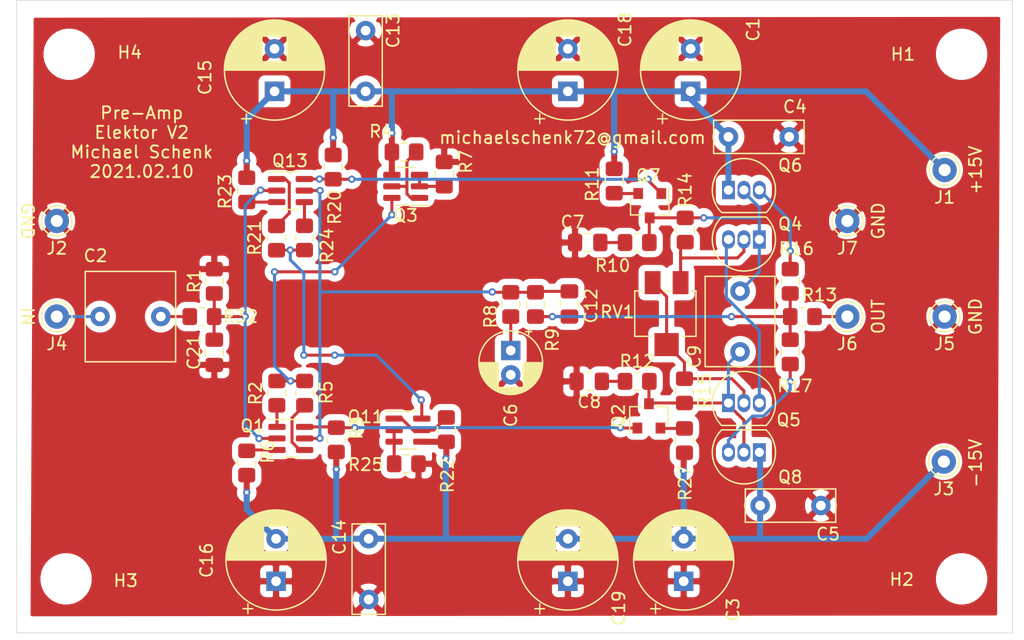
<source format=kicad_pcb>
(kicad_pcb (version 20171130) (host pcbnew 5.1.9-73d0e3b20d~88~ubuntu16.04.1)
  (layers (0 F.Cu signal) (31 B.Cu signal) (34 B.Paste user) (35 F.Paste user) (36 B.SilkS user) (37 F.SilkS user) (38 B.Mask user) (39 F.Mask user) (44 Edge.Cuts user))
  (net 0 "")
  (net 1 GND)
  (net 2 +15V)
  (net 3 "Net-(C2-Pad2)")
  (net 4 "Net-(C2-Pad1)")
  (net 5 -15V)
  (net 6 "Net-(C6-Pad1)")
  (net 7 "Net-(C7-Pad2)")
  (net 8 "Net-(J6-Pad1)")
  (net 9 "Net-(Q2-Pad2)")
  (net 10 "Net-(Q7-Pad2)")
  (net 11 "Net-(C12-Pad2)")
  (net 12 "Net-(C12-Pad1)")
  (net 13 "Net-(Q11-Pad1)")
  (net 14 "Net-(Q11-Pad6)")
  (net 15 "Net-(Q11-Pad2)")
  (net 16 "Net-(Q13-Pad4)")
  (net 17 "Net-(Q13-Pad3)")
  (net 18 "Net-(Q13-Pad1)")
  (net 19 "Net-(Q3-Pad6)")
  (net 20 "Net-(Q3-Pad1)")
  (net 21 "Net-(Q3-Pad2)")
  (net 22 "Net-(Q1-Pad4)")
  (net 23 "Net-(Q1-Pad3)")
  (net 24 "Net-(Q1-Pad1)")
  (net 25 "Net-(C8-Pad1)")
  (net 26 "Net-(C9-Pad2)")
  (net 27 "Net-(C9-Pad1)")
  (net 28 "Net-(Q1-Pad6)")
  (net 29 "Net-(Q4-Pad3)")
  (net 30 "Net-(Q4-Pad2)")
  (net 31 "Net-(Q5-Pad2)")
  (net 32 "Net-(Q6-Pad3)")
  (net 33 "Net-(Q13-Pad6)")
  (net 34 "Net-(Q8-Pad3)")
  (net 35 "Net-(C21-Pad2)")
  (module Potentiometer_SMD:Potentiometer_Bourns_3214X_Vertical (layer F.Cu) (at 175.38 121.676)
    (fp_text reference RV1 (at -4.057 -0.137) (layer F.SilkS))
    (fp_text value 10k)
    (pad 3 smd rect (at -1.15 -2.55) (size 1.3 1.9) (layers F.Cu F.Paste F.Mask) (net 31 "Net-(Q5-Pad2)"))
    (pad 2 smd rect (at 0 2.55) (size 2 1.9) (layers F.Cu F.Paste F.Mask) (net 31 "Net-(Q5-Pad2)"))
    (pad 1 smd rect (at 1.15 -2.55) (size 1.3 1.9) (layers F.Cu F.Paste F.Mask) (net 30 "Net-(Q4-Pad2)"))
  )
  (module Resistor_SMD:R_0805_2012Metric_Pad1.20x1.40mm_HandSolder (layer F.Cu) (at 138.176 119.015 90)
    (fp_text reference R1 (at 0 -1.65 90) (layer F.SilkS))
    (fp_text value 10k)
    (pad 2 smd roundrect (at 1 0 90) (size 1.2 1.4) (layers F.Cu F.Paste F.Mask) (roundrect_rratio 0.2083325) (net 1 GND))
    (pad 1 smd roundrect (at -1 0 90) (size 1.2 1.4) (layers F.Cu F.Paste F.Mask) (roundrect_rratio 0.2083325) (net 35 "Net-(C21-Pad2)"))
  )
  (module Resistor_SMD:R_0805_2012Metric_Pad1.20x1.40mm_HandSolder (layer F.Cu) (at 137.16 121.92 180)
    (fp_text reference R32 (at -3.175 0) (layer F.SilkS))
    (fp_text value 470R)
    (pad 2 smd roundrect (at 1 0 180) (size 1.2 1.4) (layers F.Cu F.Paste F.Mask) (roundrect_rratio 0.208333) (net 4 "Net-(C2-Pad1)"))
    (pad 1 smd roundrect (at -1 0 180) (size 1.2 1.4) (layers F.Cu F.Paste F.Mask) (roundrect_rratio 0.208333) (net 35 "Net-(C21-Pad2)"))
  )
  (module Capacitor_SMD:C_0805_2012Metric_Pad1.18x1.45mm_HandSolder (layer F.Cu) (at 138.176 124.8625 90)
    (fp_text reference C21 (at 0 -1.68 90) (layer F.SilkS))
    (fp_text value 33p)
    (pad 2 smd roundrect (at 1.0375 0 90) (size 1.175 1.45) (layers F.Cu F.Paste F.Mask) (roundrect_rratio 0.212766) (net 35 "Net-(C21-Pad2)"))
    (pad 1 smd roundrect (at -1.0375 0 90) (size 1.175 1.45) (layers F.Cu F.Paste F.Mask) (roundrect_rratio 0.212766) (net 1 GND))
  )
  (module Resistor_SMD:R_0805_2012Metric_Pad1.20x1.40mm_HandSolder (layer F.Cu) (at 148.209 132.064 270)
    (fp_text reference R3 (at -1 -1.651 90) (layer F.SilkS))
    (fp_text value 806R)
    (pad 2 smd roundrect (at 1 0 270) (size 1.2 1.4) (layers F.Cu F.Paste F.Mask) (roundrect_rratio 0.2083325) (net 5 -15V))
    (pad 1 smd roundrect (at -1 0 270) (size 1.2 1.4) (layers F.Cu F.Paste F.Mask) (roundrect_rratio 0.2083325) (net 28 "Net-(Q1-Pad6)"))
  )
  (module Resistor_SMD:R_0805_2012Metric_Pad1.20x1.40mm_HandSolder (layer F.Cu) (at 162.56 120.92 270)
    (fp_text reference R8 (at 1 1.651 90) (layer F.SilkS))
    (fp_text value 10k)
    (pad 2 smd roundrect (at 1 0 270) (size 1.2 1.4) (layers F.Cu F.Paste F.Mask) (roundrect_rratio 0.2083325) (net 6 "Net-(C6-Pad1)"))
    (pad 1 smd roundrect (at -1 0 270) (size 1.2 1.4) (layers F.Cu F.Paste F.Mask) (roundrect_rratio 0.2083325) (net 11 "Net-(C12-Pad2)"))
  )
  (module Capacitor_SMD:C_0805_2012Metric_Pad1.18x1.45mm_HandSolder (layer F.Cu) (at 169.0155 127.254 180)
    (fp_text reference C8 (at 0 -1.68) (layer F.SilkS))
    (fp_text value 150p)
    (pad 2 smd roundrect (at 1.0375 0 180) (size 1.175 1.45) (layers F.Cu F.Paste F.Mask) (roundrect_rratio 0.212766) (net 1 GND))
    (pad 1 smd roundrect (at -1.0375 0 180) (size 1.175 1.45) (layers F.Cu F.Paste F.Mask) (roundrect_rratio 0.212766) (net 25 "Net-(C8-Pad1)"))
  )
  (module Capacitor_SMD:C_0805_2012Metric_Pad1.18x1.45mm_HandSolder (layer F.Cu) (at 168.8885 115.824)
    (fp_text reference C7 (at -1.2485 -1.68) (layer F.SilkS))
    (fp_text value 150p)
    (pad 2 smd roundrect (at 1.0375 0) (size 1.175 1.45) (layers F.Cu F.Paste F.Mask) (roundrect_rratio 0.212766) (net 7 "Net-(C7-Pad2)"))
    (pad 1 smd roundrect (at -1.0375 0) (size 1.175 1.45) (layers F.Cu F.Paste F.Mask) (roundrect_rratio 0.212766) (net 1 GND))
  )
  (module Capacitor_THT:C_Rect_L7.2mm_W2.5mm_P5.00mm_FKS2_FKP2_MKS2_MKP2 (layer F.Cu) (at 185.467 107.1245 180)
    (fp_text reference C4 (at -0.461 2.4765) (layer F.SilkS))
    (fp_text value 100nF)
    (pad 2 thru_hole circle (at 5 0 180) (size 1.6 1.6) (drill 0.8) (layers *.Cu *.Mask) (net 2 +15V))
    (pad 1 thru_hole circle (at 0 0 180) (size 1.6 1.6) (drill 0.8) (layers *.Cu *.Mask) (net 1 GND))
  )
  (module Capacitor_THT:C_Rect_L7.2mm_W5.5mm_P5.00mm_FKS2_FKP2_MKS2_MKP2 (layer F.Cu) (at 181.4195 124.8245 90)
    (fp_text reference C9 (at -0.3975 -3.7465 90) (layer F.SilkS))
    (fp_text value 1uF)
    (pad 2 thru_hole circle (at 5 0 90) (size 1.6 1.6) (drill 0.8) (layers *.Cu *.Mask) (net 26 "Net-(C9-Pad2)"))
    (pad 1 thru_hole circle (at 0 0 90) (size 1.6 1.6) (drill 0.8) (layers *.Cu *.Mask) (net 27 "Net-(C9-Pad1)"))
  )
  (module Resistor_SMD:R_0805_2012Metric_Pad1.20x1.40mm_HandSolder (layer F.Cu) (at 185.547 124.825 270)
    (fp_text reference R17 (at 2.81 -0.381 180) (layer F.SilkS))
    (fp_text value 10R)
    (pad 2 smd roundrect (at 1 0 270) (size 1.2 1.4) (layers F.Cu F.Paste F.Mask) (roundrect_rratio 0.208333) (net 34 "Net-(Q8-Pad3)"))
    (pad 1 smd roundrect (at -1 0 270) (size 1.2 1.4) (layers F.Cu F.Paste F.Mask) (roundrect_rratio 0.208333) (net 12 "Net-(C12-Pad1)"))
  )
  (module Resistor_SMD:R_0805_2012Metric_Pad1.20x1.40mm_HandSolder (layer F.Cu) (at 185.547 119.015 270)
    (fp_text reference R16 (at -2.683 -0.508 180) (layer F.SilkS))
    (fp_text value 10R)
    (pad 2 smd roundrect (at 1 0 270) (size 1.2 1.4) (layers F.Cu F.Paste F.Mask) (roundrect_rratio 0.208333) (net 12 "Net-(C12-Pad1)"))
    (pad 1 smd roundrect (at -1 0 270) (size 1.2 1.4) (layers F.Cu F.Paste F.Mask) (roundrect_rratio 0.208333) (net 32 "Net-(Q6-Pad3)"))
  )
  (module Resistor_SMD:R_0805_2012Metric_Pad1.20x1.40mm_HandSolder (layer F.Cu) (at 176.8475 128.032 270)
    (fp_text reference R15 (at 0 -1.65 90) (layer F.SilkS))
    (fp_text value 390R)
    (pad 2 smd roundrect (at 1 0 270) (size 1.2 1.4) (layers F.Cu F.Paste F.Mask) (roundrect_rratio 0.208333) (net 27 "Net-(C9-Pad1)"))
    (pad 1 smd roundrect (at -1 0 270) (size 1.2 1.4) (layers F.Cu F.Paste F.Mask) (roundrect_rratio 0.208333) (net 31 "Net-(Q5-Pad2)"))
  )
  (module Resistor_SMD:R_0805_2012Metric_Pad1.20x1.40mm_HandSolder (layer F.Cu) (at 176.911 114.792 270)
    (fp_text reference R14 (at -3.286 0 90) (layer F.SilkS))
    (fp_text value 390R)
    (pad 2 smd roundrect (at 1 0 270) (size 1.2 1.4) (layers F.Cu F.Paste F.Mask) (roundrect_rratio 0.208333) (net 30 "Net-(Q4-Pad2)"))
    (pad 1 smd roundrect (at -1 0 270) (size 1.2 1.4) (layers F.Cu F.Paste F.Mask) (roundrect_rratio 0.208333) (net 26 "Net-(C9-Pad2)"))
  )
  (module Resistor_SMD:R_0805_2012Metric_Pad1.20x1.40mm_HandSolder (layer F.Cu) (at 172.958 127.254)
    (fp_text reference R12 (at 0 -1.65) (layer F.SilkS))
    (fp_text value 10k)
    (pad 2 smd roundrect (at 1 0) (size 1.2 1.4) (layers F.Cu F.Paste F.Mask) (roundrect_rratio 0.208333) (net 27 "Net-(C9-Pad1)"))
    (pad 1 smd roundrect (at -1 0) (size 1.2 1.4) (layers F.Cu F.Paste F.Mask) (roundrect_rratio 0.208333) (net 25 "Net-(C8-Pad1)"))
  )
  (module Resistor_SMD:R_0805_2012Metric_Pad1.20x1.40mm_HandSolder (layer F.Cu) (at 172.958 115.824 180)
    (fp_text reference R10 (at 2.016 -1.905) (layer F.SilkS))
    (fp_text value 10k)
    (pad 2 smd roundrect (at 1 0 180) (size 1.2 1.4) (layers F.Cu F.Paste F.Mask) (roundrect_rratio 0.208333) (net 7 "Net-(C7-Pad2)"))
    (pad 1 smd roundrect (at -1 0 180) (size 1.2 1.4) (layers F.Cu F.Paste F.Mask) (roundrect_rratio 0.208333) (net 26 "Net-(C9-Pad2)"))
  )
  (module Package_TO_SOT_THT:TO-92_Inline (layer F.Cu) (at 183.007 133.096 180)
    (fp_text reference Q8 (at -2.54 -2.032) (layer F.SilkS))
    (fp_text value BC327-40)
    (pad 1 thru_hole rect (at 0 0 180) (size 1.05 1.5) (drill 0.75) (layers *.Cu *.Mask) (net 5 -15V))
    (pad 3 thru_hole oval (at 2.54 0 180) (size 1.05 1.5) (drill 0.75) (layers *.Cu *.Mask) (net 34 "Net-(Q8-Pad3)"))
    (pad 2 thru_hole oval (at 1.27 0 180) (size 1.05 1.5) (drill 0.75) (layers *.Cu *.Mask) (net 27 "Net-(C9-Pad1)"))
  )
  (module Package_TO_SOT_THT:TO-92_Inline (layer F.Cu) (at 180.467 111.506)
    (fp_text reference Q6 (at 5.08 -2.032) (layer F.SilkS))
    (fp_text value BC337-40)
    (pad 1 thru_hole rect (at 0 0) (size 1.05 1.5) (drill 0.75) (layers *.Cu *.Mask) (net 2 +15V))
    (pad 3 thru_hole oval (at 2.54 0) (size 1.05 1.5) (drill 0.75) (layers *.Cu *.Mask) (net 32 "Net-(Q6-Pad3)"))
    (pad 2 thru_hole oval (at 1.27 0) (size 1.05 1.5) (drill 0.75) (layers *.Cu *.Mask) (net 26 "Net-(C9-Pad2)"))
  )
  (module Package_TO_SOT_THT:TO-92_Inline (layer F.Cu) (at 180.467 129.032)
    (fp_text reference Q5 (at 4.953 1.397) (layer F.SilkS))
    (fp_text value BC560C)
    (pad 1 thru_hole rect (at 0 0) (size 1.05 1.5) (drill 0.75) (layers *.Cu *.Mask) (net 27 "Net-(C9-Pad1)"))
    (pad 3 thru_hole oval (at 2.54 0) (size 1.05 1.5) (drill 0.75) (layers *.Cu *.Mask) (net 29 "Net-(Q4-Pad3)"))
    (pad 2 thru_hole oval (at 1.27 0) (size 1.05 1.5) (drill 0.75) (layers *.Cu *.Mask) (net 31 "Net-(Q5-Pad2)"))
  )
  (module Package_TO_SOT_THT:TO-92_Inline (layer F.Cu) (at 183.007 115.57 180)
    (fp_text reference Q4 (at -2.54 1.27) (layer F.SilkS))
    (fp_text value BC550C)
    (pad 1 thru_hole rect (at 0 0 180) (size 1.05 1.5) (drill 0.75) (layers *.Cu *.Mask) (net 26 "Net-(C9-Pad2)"))
    (pad 3 thru_hole oval (at 2.54 0 180) (size 1.05 1.5) (drill 0.75) (layers *.Cu *.Mask) (net 29 "Net-(Q4-Pad3)"))
    (pad 2 thru_hole oval (at 1.27 0 180) (size 1.05 1.5) (drill 0.75) (layers *.Cu *.Mask) (net 30 "Net-(Q4-Pad2)"))
  )
  (module Package_TO_SOT_SMD:SOT-23 (layer F.Cu) (at 173.9265 130.0955 90)
    (fp_text reference Q2 (at 0 -2.5 90) (layer F.SilkS))
    (fp_text value BC850C)
    (pad 3 smd rect (at 1 0 90) (size 0.9 0.8) (layers F.Cu F.Paste F.Mask) (net 27 "Net-(C9-Pad1)"))
    (pad 2 smd rect (at -1 0.95 90) (size 0.9 0.8) (layers F.Cu F.Paste F.Mask) (net 9 "Net-(Q2-Pad2)"))
    (pad 1 smd rect (at -1 -0.95 90) (size 0.9 0.8) (layers F.Cu F.Paste F.Mask) (net 28 "Net-(Q1-Pad6)"))
  )
  (module Package_SO:SC-74-6_1.5x2.9mm_P0.95mm (layer F.Cu) (at 144.468 131.9505)
    (fp_text reference Q1 (at -3.1424 -1.0262) (layer F.SilkS))
    (fp_text value BCM857DS,115)
    (pad 6 smd roundrect (at 1.1375 -0.95) (size 1.425 0.5) (layers F.Cu F.Paste F.Mask) (net 28 "Net-(Q1-Pad6)"))
    (pad 5 smd roundrect (at 1.1375 0) (size 1.425 0.5) (layers F.Cu F.Paste F.Mask) (net 11 "Net-(C12-Pad2)"))
    (pad 4 smd roundrect (at 1.1375 0.95) (size 1.425 0.5) (layers F.Cu F.Paste F.Mask) (net 22 "Net-(Q1-Pad4)"))
    (pad 3 smd roundrect (at -1.1375 0.95) (size 1.425 0.5) (layers F.Cu F.Paste F.Mask) (net 23 "Net-(Q1-Pad3)"))
    (pad 2 smd roundrect (at -1.1375 0) (size 1.425 0.5) (layers F.Cu F.Paste F.Mask) (net 35 "Net-(C21-Pad2)"))
    (pad 1 smd roundrect (at -1.1375 -0.95) (size 1.425 0.5) (layers F.Cu F.Paste F.Mask) (net 24 "Net-(Q1-Pad1)"))
  )
  (module Package_SO:SC-74-6_1.5x2.9mm_P0.95mm (layer F.Cu) (at 153.9185 111.1987 180)
    (fp_text reference Q3 (at 0 -2.4) (layer F.SilkS))
    (fp_text value BCM857DS,115)
    (pad 6 smd roundrect (at 1.1375 -0.95 180) (size 1.425 0.5) (layers F.Cu F.Paste F.Mask) (net 19 "Net-(Q3-Pad6)"))
    (pad 5 smd roundrect (at 1.1375 0 180) (size 1.425 0.5) (layers F.Cu F.Paste F.Mask) (net 20 "Net-(Q3-Pad1)"))
    (pad 4 smd roundrect (at 1.1375 0.95 180) (size 1.425 0.5) (layers F.Cu F.Paste F.Mask) (net 2 +15V))
    (pad 3 smd roundrect (at -1.1375 0.95 180) (size 1.425 0.5) (layers F.Cu F.Paste F.Mask) (net 21 "Net-(Q3-Pad2)"))
    (pad 2 smd roundrect (at -1.1375 0 180) (size 1.425 0.5) (layers F.Cu F.Paste F.Mask) (net 21 "Net-(Q3-Pad2)"))
    (pad 1 smd roundrect (at -1.1375 -0.95 180) (size 1.425 0.5) (layers F.Cu F.Paste F.Mask) (net 20 "Net-(Q3-Pad1)"))
  )
  (module Package_SO:SC-74-6_1.5x2.9mm_P0.95mm (layer F.Cu) (at 144.4443 111.5466)
    (fp_text reference Q13 (at -0.0453 -2.4536) (layer F.SilkS))
    (fp_text value BCM847DS,115)
    (pad 6 smd roundrect (at 1.1375 -0.95) (size 1.425 0.5) (layers F.Cu F.Paste F.Mask) (net 33 "Net-(Q13-Pad6)"))
    (pad 5 smd roundrect (at 1.1375 0) (size 1.425 0.5) (layers F.Cu F.Paste F.Mask) (net 11 "Net-(C12-Pad2)"))
    (pad 4 smd roundrect (at 1.1375 0.95) (size 1.425 0.5) (layers F.Cu F.Paste F.Mask) (net 16 "Net-(Q13-Pad4)"))
    (pad 3 smd roundrect (at -1.1375 0.95) (size 1.425 0.5) (layers F.Cu F.Paste F.Mask) (net 17 "Net-(Q13-Pad3)"))
    (pad 2 smd roundrect (at -1.1375 0) (size 1.425 0.5) (layers F.Cu F.Paste F.Mask) (net 35 "Net-(C21-Pad2)"))
    (pad 1 smd roundrect (at -1.1375 -0.95) (size 1.425 0.5) (layers F.Cu F.Paste F.Mask) (net 18 "Net-(Q13-Pad1)"))
  )
  (module Package_SO:SC-74-6_1.5x2.9mm_P0.95mm (layer F.Cu) (at 154.1043 131.2647)
    (fp_text reference Q11 (at -3.4823 -1.0897) (layer F.SilkS))
    (fp_text value BCM847DS,115)
    (pad 6 smd roundrect (at 1.1375 -0.95) (size 1.425 0.5) (layers F.Cu F.Paste F.Mask) (net 14 "Net-(Q11-Pad6)"))
    (pad 5 smd roundrect (at 1.1375 0) (size 1.425 0.5) (layers F.Cu F.Paste F.Mask) (net 13 "Net-(Q11-Pad1)"))
    (pad 4 smd roundrect (at 1.1375 0.95) (size 1.425 0.5) (layers F.Cu F.Paste F.Mask) (net 5 -15V))
    (pad 3 smd roundrect (at -1.1375 0.95) (size 1.425 0.5) (layers F.Cu F.Paste F.Mask) (net 15 "Net-(Q11-Pad2)"))
    (pad 2 smd roundrect (at -1.1375 0) (size 1.425 0.5) (layers F.Cu F.Paste F.Mask) (net 15 "Net-(Q11-Pad2)"))
    (pad 1 smd roundrect (at -1.1375 -0.95) (size 1.425 0.5) (layers F.Cu F.Paste F.Mask) (net 13 "Net-(Q11-Pad1)"))
  )
  (module Capacitor_THT:CP_Radial_D8.0mm_P3.50mm (layer F.Cu) (at 177.3555 103.378 90)
    (fp_text reference C1 (at 5.08 5.1435 90) (layer F.SilkS))
    (fp_text value 220uF)
    (pad 2 thru_hole circle (at 3.5 0 90) (size 1.6 1.6) (drill 0.8) (layers *.Cu *.Mask) (net 1 GND))
    (pad 1 thru_hole rect (at 0 0 90) (size 1.6 1.6) (drill 0.8) (layers *.Cu *.Mask) (net 2 +15V))
  )
  (module Capacitor_THT:CP_Radial_D8.0mm_P3.50mm (layer F.Cu) (at 167.259 143.708 90)
    (fp_text reference C19 (at -2.215 4.191 90) (layer F.SilkS))
    (fp_text value 220uF)
    (pad 2 thru_hole circle (at 3.5 0 90) (size 1.6 1.6) (drill 0.8) (layers *.Cu *.Mask) (net 5 -15V))
    (pad 1 thru_hole rect (at 0 0 90) (size 1.6 1.6) (drill 0.8) (layers *.Cu *.Mask) (net 1 GND))
  )
  (module Capacitor_THT:CP_Radial_D8.0mm_P3.50mm (layer F.Cu) (at 167.259 103.378 90)
    (fp_text reference C18 (at 5.08 4.699 90) (layer F.SilkS))
    (fp_text value 220uF)
    (pad 2 thru_hole circle (at 3.5 0 90) (size 1.6 1.6) (drill 0.8) (layers *.Cu *.Mask) (net 1 GND))
    (pad 1 thru_hole rect (at 0 0 90) (size 1.6 1.6) (drill 0.8) (layers *.Cu *.Mask) (net 2 +15V))
  )
  (module Capacitor_THT:CP_Radial_D5.0mm_P2.00mm (layer F.Cu) (at 162.56 124.714 270)
    (fp_text reference C6 (at 5.334 0 90) (layer F.SilkS))
    (fp_text value 100uF)
    (pad 2 thru_hole circle (at 2 0 270) (size 1.6 1.6) (drill 0.8) (layers *.Cu *.Mask) (net 1 GND))
    (pad 1 thru_hole rect (at 0 0 270) (size 1.6 1.6) (drill 0.8) (layers *.Cu *.Mask) (net 6 "Net-(C6-Pad1)"))
  )
  (module Resistor_SMD:R_0805_2012Metric_Pad1.20x1.40mm_HandSolder (layer F.Cu) (at 186.547 121.92 180)
    (fp_text reference R13 (at -1.413 1.778) (layer F.SilkS))
    (fp_text value 47R)
    (pad 2 smd roundrect (at 1 0 180) (size 1.2 1.4) (layers F.Cu F.Paste F.Mask) (roundrect_rratio 0.2083325) (net 12 "Net-(C12-Pad1)"))
    (pad 1 smd roundrect (at -1 0 180) (size 1.2 1.4) (layers F.Cu F.Paste F.Mask) (roundrect_rratio 0.2083325) (net 8 "Net-(J6-Pad1)"))
  )
  (module Resistor_SMD:R_0805_2012Metric_Pad1.20x1.40mm_HandSolder (layer F.Cu) (at 176.8475 132.1275 270)
    (fp_text reference R27 (at 3.5085 -0.0635 90) (layer F.SilkS))
    (fp_text value 249R)
    (pad 2 smd roundrect (at 1 0 270) (size 1.2 1.4) (layers F.Cu F.Paste F.Mask) (roundrect_rratio 0.2083325) (net 5 -15V))
    (pad 1 smd roundrect (at -1 0 270) (size 1.2 1.4) (layers F.Cu F.Paste F.Mask) (roundrect_rratio 0.2083325) (net 9 "Net-(Q2-Pad2)"))
  )
  (module Resistor_SMD:R_0805_2012Metric_Pad1.20x1.40mm_HandSolder (layer F.Cu) (at 153.9715 134.0358 180)
    (fp_text reference R25 (at 3.3495 -0.0762) (layer F.SilkS))
    (fp_text value 10k)
    (pad 2 smd roundrect (at 1 0 180) (size 1.2 1.4) (layers F.Cu F.Paste F.Mask) (roundrect_rratio 0.2083325) (net 15 "Net-(Q11-Pad2)"))
    (pad 1 smd roundrect (at -1 0 180) (size 1.2 1.4) (layers F.Cu F.Paste F.Mask) (roundrect_rratio 0.2083325) (net 1 GND))
  )
  (module Resistor_SMD:R_0805_2012Metric_Pad1.20x1.40mm_HandSolder (layer F.Cu) (at 145.5928 115.4463 270)
    (fp_text reference R24 (at 0.6317 -1.8542 90) (layer F.SilkS))
    (fp_text value 80.6R)
    (pad 2 smd roundrect (at 1 0 270) (size 1.2 1.4) (layers F.Cu F.Paste F.Mask) (roundrect_rratio 0.2083325) (net 14 "Net-(Q11-Pad6)"))
    (pad 1 smd roundrect (at -1 0 270) (size 1.2 1.4) (layers F.Cu F.Paste F.Mask) (roundrect_rratio 0.2083325) (net 16 "Net-(Q13-Pad4)"))
  )
  (module Resistor_SMD:R_0805_2012Metric_Pad1.20x1.40mm_HandSolder (layer F.Cu) (at 140.843 111.49 270)
    (fp_text reference R23 (at 0.143 1.778 90) (layer F.SilkS))
    (fp_text value 806R)
    (pad 2 smd roundrect (at 1 0 270) (size 1.2 1.4) (layers F.Cu F.Paste F.Mask) (roundrect_rratio 0.2083325) (net 17 "Net-(Q13-Pad3)"))
    (pad 1 smd roundrect (at -1 0 270) (size 1.2 1.4) (layers F.Cu F.Paste F.Mask) (roundrect_rratio 0.2083325) (net 2 +15V))
  )
  (module Resistor_SMD:R_0805_2012Metric_Pad1.20x1.40mm_HandSolder (layer F.Cu) (at 157.2641 131.2258 270)
    (fp_text reference R22 (at 3.7752 -0.0889 90) (layer F.SilkS))
    (fp_text value 140R)
    (pad 2 smd roundrect (at 1 0 270) (size 1.2 1.4) (layers F.Cu F.Paste F.Mask) (roundrect_rratio 0.2083325) (net 5 -15V))
    (pad 1 smd roundrect (at -1 0 270) (size 1.2 1.4) (layers F.Cu F.Paste F.Mask) (roundrect_rratio 0.2083325) (net 13 "Net-(Q11-Pad1)"))
  )
  (module Resistor_SMD:R_0805_2012Metric_Pad1.20x1.40mm_HandSolder (layer F.Cu) (at 143.2941 115.459 270)
    (fp_text reference R21 (at -0.0094 1.8034 90) (layer F.SilkS))
    (fp_text value 80.6R)
    (pad 2 smd roundrect (at 1 0 270) (size 1.2 1.4) (layers F.Cu F.Paste F.Mask) (roundrect_rratio 0.2083325) (net 14 "Net-(Q11-Pad6)"))
    (pad 1 smd roundrect (at -1 0 270) (size 1.2 1.4) (layers F.Cu F.Paste F.Mask) (roundrect_rratio 0.2083325) (net 18 "Net-(Q13-Pad1)"))
  )
  (module Resistor_SMD:R_0805_2012Metric_Pad1.20x1.40mm_HandSolder (layer F.Cu) (at 147.955 109.617 270)
    (fp_text reference R20 (at 3.286 -0.127 90) (layer F.SilkS))
    (fp_text value 806R)
    (pad 2 smd roundrect (at 1 0 270) (size 1.2 1.4) (layers F.Cu F.Paste F.Mask) (roundrect_rratio 0.2083325) (net 33 "Net-(Q13-Pad6)"))
    (pad 1 smd roundrect (at -1 0 270) (size 1.2 1.4) (layers F.Cu F.Paste F.Mask) (roundrect_rratio 0.2083325) (net 2 +15V))
  )
  (module Capacitor_THT:CP_Radial_D8.0mm_P3.50mm (layer F.Cu) (at 143.256 143.708 90)
    (fp_text reference C16 (at 1.722 -5.715 90) (layer F.SilkS))
    (fp_text value 220uF)
    (pad 2 thru_hole circle (at 3.5 0 90) (size 1.6 1.6) (drill 0.8) (layers *.Cu *.Mask) (net 5 -15V))
    (pad 1 thru_hole rect (at 0 0 90) (size 1.6 1.6) (drill 0.8) (layers *.Cu *.Mask) (net 1 GND))
  )
  (module Capacitor_THT:CP_Radial_D8.0mm_P3.50mm (layer F.Cu) (at 143.129 103.378 90)
    (fp_text reference C15 (at 1.143 -5.715 90) (layer F.SilkS))
    (fp_text value 220uF)
    (pad 2 thru_hole circle (at 3.5 0 90) (size 1.6 1.6) (drill 0.8) (layers *.Cu *.Mask) (net 1 GND))
    (pad 1 thru_hole rect (at 0 0 90) (size 1.6 1.6) (drill 0.8) (layers *.Cu *.Mask) (net 2 +15V))
  )
  (module Capacitor_THT:CP_Radial_D8.0mm_P3.50mm (layer F.Cu) (at 176.784 143.708 90)
    (fp_text reference C3 (at -2.342 4.064 90) (layer F.SilkS))
    (fp_text value 220uF)
    (pad 2 thru_hole circle (at 3.5 0 90) (size 1.6 1.6) (drill 0.8) (layers *.Cu *.Mask) (net 5 -15V))
    (pad 1 thru_hole rect (at 0 0 90) (size 1.6 1.6) (drill 0.8) (layers *.Cu *.Mask) (net 1 GND))
  )
  (module Capacitor_THT:C_Rect_L7.2mm_W2.5mm_P5.00mm_FKS2_FKP2_MKS2_MKP2 (layer F.Cu) (at 150.876 140.208 270)
    (fp_text reference C14 (at -0.127 2.413 90) (layer F.SilkS))
    (fp_text value 100nF)
    (pad 2 thru_hole circle (at 5 0 270) (size 1.6 1.6) (drill 0.8) (layers *.Cu *.Mask) (net 1 GND))
    (pad 1 thru_hole circle (at 0 0 270) (size 1.6 1.6) (drill 0.8) (layers *.Cu *.Mask) (net 5 -15V))
  )
  (module Capacitor_THT:C_Rect_L7.2mm_W2.5mm_P5.00mm_FKS2_FKP2_MKS2_MKP2 (layer F.Cu) (at 150.622 98.378 270)
    (fp_text reference C13 (at -0.0038 -2.2606 90) (layer F.SilkS))
    (fp_text value 100nF)
    (pad 2 thru_hole circle (at 5 0 270) (size 1.6 1.6) (drill 0.8) (layers *.Cu *.Mask) (net 2 +15V))
    (pad 1 thru_hole circle (at 0 0 270) (size 1.6 1.6) (drill 0.8) (layers *.Cu *.Mask) (net 1 GND))
  )
  (module Capacitor_THT:C_Rect_L7.2mm_W2.5mm_P5.00mm_FKS2_FKP2_MKS2_MKP2 (layer F.Cu) (at 183.0705 137.4775)
    (fp_text reference C5 (at 5.588 2.3495) (layer F.SilkS))
    (fp_text value 100nF)
    (pad 2 thru_hole circle (at 5 0) (size 1.6 1.6) (drill 0.8) (layers *.Cu *.Mask) (net 1 GND))
    (pad 1 thru_hole circle (at 0 0) (size 1.6 1.6) (drill 0.8) (layers *.Cu *.Mask) (net 5 -15V))
  )
  (module Connector_Pin:Pin_D1.0mm_L10.0mm (layer F.Cu) (at 190.246 114.046)
    (fp_text reference J7 (at 0 2.25) (layer F.SilkS))
    (fp_text value Conn_01x01)
    (pad 1 thru_hole circle (at 0 0) (size 2 2) (drill 1) (layers *.Cu *.Mask) (net 1 GND))
  )
  (module Connector_Pin:Pin_D1.0mm_L10.0mm (layer F.Cu) (at 190.246 121.92)
    (fp_text reference J6 (at 0 2.25) (layer F.SilkS))
    (fp_text value Conn_01x01)
    (pad 1 thru_hole circle (at 0 0) (size 2 2) (drill 1) (layers *.Cu *.Mask) (net 8 "Net-(J6-Pad1)"))
  )
  (module Connector_Pin:Pin_D1.0mm_L10.0mm (layer F.Cu) (at 198.247 121.92)
    (fp_text reference J5 (at 0 2.25) (layer F.SilkS))
    (fp_text value Conn_01x01)
    (pad 1 thru_hole circle (at 0 0) (size 2 2) (drill 1) (layers *.Cu *.Mask) (net 1 GND))
  )
  (module Connector_Pin:Pin_D1.0mm_L10.0mm (layer F.Cu) (at 125.222 121.92)
    (fp_text reference J4 (at 0 2.25) (layer F.SilkS))
    (fp_text value Conn_01x01)
    (pad 1 thru_hole circle (at 0 0) (size 2 2) (drill 1) (layers *.Cu *.Mask) (net 3 "Net-(C2-Pad2)"))
  )
  (module Connector_Pin:Pin_D1.0mm_L10.0mm (layer F.Cu) (at 198.1835 133.858)
    (fp_text reference J3 (at 0 2.25) (layer F.SilkS))
    (fp_text value Conn_01x01)
    (pad 1 thru_hole circle (at 0 0) (size 2 2) (drill 1) (layers *.Cu *.Mask) (net 5 -15V))
  )
  (module Connector_Pin:Pin_D1.0mm_L10.0mm (layer F.Cu) (at 125.222 114.046)
    (fp_text reference J2 (at 0 2.25) (layer F.SilkS))
    (fp_text value Conn_01x01)
    (pad 1 thru_hole circle (at 0 0) (size 2 2) (drill 1) (layers *.Cu *.Mask) (net 1 GND))
  )
  (module Connector_Pin:Pin_D1.0mm_L10.0mm (layer F.Cu) (at 198.247 109.855)
    (fp_text reference J1 (at 0 2.25) (layer F.SilkS))
    (fp_text value Conn_01x01)
    (pad 1 thru_hole circle (at 0 0) (size 2 2) (drill 1) (layers *.Cu *.Mask) (net 2 +15V))
  )
  (module Resistor_SMD:R_0805_2012Metric_Pad1.20x1.40mm_HandSolder (layer F.Cu) (at 153.781 108.3691)
    (fp_text reference R4 (at -1.889 -1.6891) (layer F.SilkS))
    (fp_text value 140R)
    (pad 2 smd roundrect (at 1 0) (size 1.2 1.4) (layers F.Cu F.Paste F.Mask) (roundrect_rratio 0.2083325) (net 20 "Net-(Q3-Pad1)"))
    (pad 1 smd roundrect (at -1 0) (size 1.2 1.4) (layers F.Cu F.Paste F.Mask) (roundrect_rratio 0.2083325) (net 2 +15V))
  )
  (module Capacitor_SMD:C_0805_2012Metric_Pad1.18x1.45mm_HandSolder (layer F.Cu) (at 167.386 120.8825 90)
    (fp_text reference C12 (at -0.1485 1.778 90) (layer F.SilkS))
    (fp_text value 6.8pF)
    (pad 2 smd roundrect (at 1.0375 0 90) (size 1.175 1.45) (layers F.Cu F.Paste F.Mask) (roundrect_rratio 0.2127659574468085) (net 11 "Net-(C12-Pad2)"))
    (pad 1 smd roundrect (at -1.0375 0 90) (size 1.175 1.45) (layers F.Cu F.Paste F.Mask) (roundrect_rratio 0.2127659574468085) (net 12 "Net-(C12-Pad1)"))
  )
  (module Resistor_SMD:R_0805_2012Metric_Pad1.20x1.40mm_HandSolder (layer F.Cu) (at 171.069 110.76 270)
    (fp_text reference R11 (at 0.2634 1.8034 90) (layer F.SilkS))
    (fp_text value 249R)
    (pad 2 smd roundrect (at 1 0 270) (size 1.2 1.4) (layers F.Cu F.Paste F.Mask) (roundrect_rratio 0.2083325) (net 10 "Net-(Q7-Pad2)"))
    (pad 1 smd roundrect (at -1 0 270) (size 1.2 1.4) (layers F.Cu F.Paste F.Mask) (roundrect_rratio 0.2083325) (net 2 +15V))
  )
  (module Resistor_SMD:R_0805_2012Metric_Pad1.20x1.40mm_HandSolder (layer F.Cu) (at 164.592 120.92 90)
    (fp_text reference R9 (at -2.9243 1.397 90) (layer F.SilkS))
    (fp_text value 10k)
    (pad 2 smd roundrect (at 1 0 90) (size 1.2 1.4) (layers F.Cu F.Paste F.Mask) (roundrect_rratio 0.2083325) (net 11 "Net-(C12-Pad2)"))
    (pad 1 smd roundrect (at -1 0 90) (size 1.2 1.4) (layers F.Cu F.Paste F.Mask) (roundrect_rratio 0.2083325) (net 12 "Net-(C12-Pad1)"))
  )
  (module Resistor_SMD:R_0805_2012Metric_Pad1.20x1.40mm_HandSolder (layer F.Cu) (at 157.0863 110.1885 90)
    (fp_text reference R7 (at 1.016 1.778 90) (layer F.SilkS))
    (fp_text value 10k)
    (pad 2 smd roundrect (at 1 0 90) (size 1.2 1.4) (layers F.Cu F.Paste F.Mask) (roundrect_rratio 0.2083325) (net 1 GND))
    (pad 1 smd roundrect (at -1 0 90) (size 1.2 1.4) (layers F.Cu F.Paste F.Mask) (roundrect_rratio 0.2083325) (net 21 "Net-(Q3-Pad2)"))
  )
  (module Resistor_SMD:R_0805_2012Metric_Pad1.20x1.40mm_HandSolder (layer F.Cu) (at 140.843 133.969 270)
    (fp_text reference R6 (at -0.9238 -1.7272 90) (layer F.SilkS))
    (fp_text value 806R)
    (pad 2 smd roundrect (at 1 0 270) (size 1.2 1.4) (layers F.Cu F.Paste F.Mask) (roundrect_rratio 0.2083325) (net 5 -15V))
    (pad 1 smd roundrect (at -1 0 270) (size 1.2 1.4) (layers F.Cu F.Paste F.Mask) (roundrect_rratio 0.2083325) (net 23 "Net-(Q1-Pad3)"))
  )
  (module Resistor_SMD:R_0805_2012Metric_Pad1.20x1.40mm_HandSolder (layer F.Cu) (at 145.6055 128.2225 270)
    (fp_text reference R5 (at -0.0602 -1.778 90) (layer F.SilkS))
    (fp_text value 80.6R)
    (pad 2 smd roundrect (at 1 0 270) (size 1.2 1.4) (layers F.Cu F.Paste F.Mask) (roundrect_rratio 0.2083325) (net 22 "Net-(Q1-Pad4)"))
    (pad 1 smd roundrect (at -1 0 270) (size 1.2 1.4) (layers F.Cu F.Paste F.Mask) (roundrect_rratio 0.2083325) (net 19 "Net-(Q3-Pad6)"))
  )
  (module Resistor_SMD:R_0805_2012Metric_Pad1.20x1.40mm_HandSolder (layer F.Cu) (at 143.3195 128.2225 270)
    (fp_text reference R2 (at 0.016 1.7526 90) (layer F.SilkS))
    (fp_text value 80.6R)
    (pad 2 smd roundrect (at 1 0 270) (size 1.2 1.4) (layers F.Cu F.Paste F.Mask) (roundrect_rratio 0.2083325) (net 24 "Net-(Q1-Pad1)"))
    (pad 1 smd roundrect (at -1 0 270) (size 1.2 1.4) (layers F.Cu F.Paste F.Mask) (roundrect_rratio 0.2083325) (net 19 "Net-(Q3-Pad6)"))
  )
  (module Package_TO_SOT_SMD:SOT-23 (layer F.Cu) (at 173.99 112.792 270)
    (fp_text reference Q7 (at -2.4732 0.1168) (layer F.SilkS))
    (fp_text value BC860C)
    (pad 3 smd rect (at 1 0 270) (size 0.9 0.8) (layers F.Cu F.Paste F.Mask) (net 26 "Net-(C9-Pad2)"))
    (pad 2 smd rect (at -1 0.95 270) (size 0.9 0.8) (layers F.Cu F.Paste F.Mask) (net 10 "Net-(Q7-Pad2)"))
    (pad 1 smd rect (at -1 -0.95 270) (size 0.9 0.8) (layers F.Cu F.Paste F.Mask) (net 33 "Net-(Q13-Pad6)"))
  )
  (module MountingHole:MountingHole_3.2mm_M3 (layer F.Cu) (at 126.238 100.33)
    (fp_text reference H4 (at 4.9784 -0.1524) (layer F.SilkS))
    (fp_text value MountingHole)
    (pad 1 np_thru_hole circle (at 0 0) (size 3.2 3.2) (drill 3.2) (layers *.Cu *.Mask))
  )
  (module MountingHole:MountingHole_3.2mm_M3 (layer F.Cu) (at 125.984 143.51)
    (fp_text reference H3 (at 4.9022 0.1524) (layer F.SilkS))
    (fp_text value MountingHole)
    (pad 1 np_thru_hole circle (at 0 0) (size 3.2 3.2) (drill 3.2) (layers *.Cu *.Mask))
  )
  (module MountingHole:MountingHole_3.2mm_M3 (layer F.Cu) (at 199.644 143.51)
    (fp_text reference H2 (at -4.9276 0.0508) (layer F.SilkS))
    (fp_text value MountingHole)
    (pad 1 np_thru_hole circle (at 0 0) (size 3.2 3.2) (drill 3.2) (layers *.Cu *.Mask))
  )
  (module MountingHole:MountingHole_3.2mm_M3 (layer F.Cu) (at 199.644 100.33)
    (fp_text reference H1 (at -4.826 0) (layer F.SilkS))
    (fp_text value MountingHole)
    (pad 1 np_thru_hole circle (at 0 0) (size 3.2 3.2) (drill 3.2) (layers *.Cu *.Mask))
  )
  (module Capacitor_THT:C_Rect_L7.2mm_W7.2mm_P5.00mm_FKS2_FKP2_MKS2_MKP2 (layer F.Cu) (at 133.778 121.92 180)
    (fp_text reference C2 (at 5.3721 5.0038) (layer F.SilkS))
    (fp_text value 3.3uF)
    (pad 2 thru_hole circle (at 5 0 180) (size 1.6 1.6) (drill 0.8) (layers *.Cu *.Mask) (net 3 "Net-(C2-Pad2)"))
    (pad 1 thru_hole circle (at 0 0 180) (size 1.6 1.6) (drill 0.8) (layers *.Cu *.Mask) (net 4 "Net-(C2-Pad1)"))
  )
  (gr_text -15V (at 200.787 133.985 90) (layer F.SilkS) (effects (font (size 1 1))))
  (gr_text michaelschenk72@gmail.com (at 167.64 107.188) (layer F.SilkS) (effects (font (size 1 1))))
  (gr_text "Pre-Amp\nElektor V2\nMichael Schenk\n2021.02.10" (at 132.207 107.569) (layer F.SilkS) (effects (font (size 1 1))))
  (gr_line (start 203.835 95.885) (end 121.92 95.885) (layer Edge.Cuts) (width 0.05))
  (gr_line (start 203.835 147.955) (end 203.835 95.885) (layer Edge.Cuts) (width 0.05))
  (gr_line (start 121.92 147.955) (end 203.835 147.955) (layer Edge.Cuts) (width 0.05))
  (gr_line (start 121.92 96.52) (end 121.92 147.955) (layer Edge.Cuts) (width 0.05))
  (gr_line (start 121.92 95.885) (end 121.92 96.52) (layer Edge.Cuts) (width 0.05))
  (gr_text GND (at 192.786 114.046 90) (layer F.SilkS) (effects (font (size 1 1))))
  (gr_text OUT (at 192.786 121.92 90) (layer F.SilkS) (effects (font (size 1 1))))
  (gr_text GND (at 122.809 114.046 270) (layer F.SilkS) (effects (font (size 1 1))))
  (gr_text IN (at 122.809 121.92 270) (layer F.SilkS) (effects (font (size 1 1))))
  (gr_text GND (at 200.787 121.92 90) (layer F.SilkS) (effects (font (size 1 1))))
  (gr_text +15V (at 200.787 109.855 90) (layer F.SilkS) (effects (font (size 1 1))))
  (segment (start 152.7937 108.3564) (end 152.781 108.3691) (width 0.5) (layer F.Cu) (net 2))
  (segment (start 152.781 108.3691) (end 152.781 110.2487) (width 0.5) (layer F.Cu) (net 2))
  (segment (start 191.77 103.378) (end 198.247 109.855) (width 0.5) (layer B.Cu) (net 2))
  (segment (start 177.3555 103.378) (end 191.77 103.378) (width 0.5) (layer B.Cu) (net 2))
  (segment (start 177.3555 104.013) (end 180.467 107.1245) (width 0.5) (layer B.Cu) (net 2))
  (segment (start 177.3555 103.378) (end 177.3555 104.013) (width 0.5) (layer B.Cu) (net 2))
  (segment (start 180.467 107.1245) (end 180.467 111.506) (width 0.5) (layer B.Cu) (net 2))
  (segment (start 167.259 103.378) (end 158.75 103.378) (width 0.5) (layer B.Cu) (net 2))
  (via (at 171.069 108.331) (size 0.6) (drill 0.3) (layers F.Cu B.Cu) (net 2))
  (segment (start 171.069 109.76) (end 171.069 108.331) (width 0.5) (layer F.Cu) (net 2))
  (segment (start 171.069 103.505) (end 170.942 103.378) (width 0.5) (layer B.Cu) (net 2))
  (segment (start 171.069 108.331) (end 171.069 103.505) (width 0.5) (layer B.Cu) (net 2))
  (segment (start 170.942 103.378) (end 167.259 103.378) (width 0.5) (layer B.Cu) (net 2))
  (segment (start 177.3555 103.378) (end 170.942 103.378) (width 0.5) (layer B.Cu) (net 2))
  (segment (start 158.877 103.505) (end 158.75 103.378) (width 0.25) (layer B.Cu) (net 2))
  (segment (start 143.129 103.378) (end 143.129 103.505) (width 0.5) (layer B.Cu) (net 2))
  (via (at 152.781 106.807) (size 0.6) (drill 0.3) (layers F.Cu B.Cu) (net 2))
  (segment (start 152.781 108.3691) (end 152.781 106.807) (width 0.5) (layer F.Cu) (net 2))
  (segment (start 152.654 103.378) (end 150.114 103.378) (width 0.5) (layer B.Cu) (net 2))
  (segment (start 152.781 103.505) (end 152.654 103.378) (width 0.5) (layer B.Cu) (net 2))
  (segment (start 152.781 106.807) (end 152.781 103.505) (width 0.5) (layer B.Cu) (net 2))
  (segment (start 158.75 103.378) (end 152.654 103.378) (width 0.5) (layer B.Cu) (net 2))
  (via (at 147.955 107.188) (size 0.6) (drill 0.3) (layers F.Cu B.Cu) (net 2))
  (segment (start 147.955 108.617) (end 147.955 107.188) (width 0.5) (layer F.Cu) (net 2))
  (segment (start 147.955 107.188) (end 147.955 103.378) (width 0.5) (layer B.Cu) (net 2))
  (segment (start 147.955 103.378) (end 143.129 103.378) (width 0.5) (layer B.Cu) (net 2))
  (segment (start 150.622 103.378) (end 147.955 103.378) (width 0.5) (layer B.Cu) (net 2))
  (via (at 140.843 109.093) (size 0.6) (drill 0.3) (layers F.Cu B.Cu) (net 2))
  (segment (start 140.843 110.49) (end 140.843 109.093) (width 0.5) (layer F.Cu) (net 2))
  (segment (start 140.843 105.664) (end 143.129 103.378) (width 0.5) (layer B.Cu) (net 2))
  (segment (start 140.843 109.093) (end 140.843 105.664) (width 0.5) (layer B.Cu) (net 2))
  (segment (start 125.222 121.92) (end 128.778 121.92) (width 0.25) (layer B.Cu) (net 3))
  (segment (start 133.778 121.92) (end 136.16 121.92) (width 0.25) (layer F.Cu) (net 4))
  (segment (start 155.2529 132.2258) (end 155.2418 132.2147) (width 0.5) (layer F.Cu) (net 5))
  (segment (start 157.2641 132.2258) (end 155.2529 132.2258) (width 0.5) (layer F.Cu) (net 5))
  (segment (start 191.8335 140.208) (end 198.1835 133.858) (width 0.5) (layer B.Cu) (net 5))
  (segment (start 183.0705 133.1595) (end 183.007 133.096) (width 0.5) (layer B.Cu) (net 5))
  (segment (start 183.0705 137.4775) (end 183.0705 133.1595) (width 0.5) (layer B.Cu) (net 5))
  (segment (start 183.0705 137.4775) (end 183.0705 140.0175) (width 0.5) (layer B.Cu) (net 5))
  (segment (start 183.261 140.208) (end 191.8335 140.208) (width 0.5) (layer B.Cu) (net 5))
  (segment (start 183.0705 140.0175) (end 183.261 140.208) (width 0.5) (layer B.Cu) (net 5))
  (segment (start 176.784 140.208) (end 183.261 140.208) (width 0.5) (layer B.Cu) (net 5))
  (segment (start 176.784 140.208) (end 167.259 140.208) (width 0.5) (layer B.Cu) (net 5))
  (via (at 176.784 134.62) (size 0.6) (drill 0.3) (layers F.Cu B.Cu) (net 5))
  (segment (start 176.784 140.208) (end 176.784 134.62) (width 0.5) (layer B.Cu) (net 5))
  (segment (start 176.784 133.191) (end 176.8475 133.1275) (width 0.5) (layer F.Cu) (net 5))
  (segment (start 176.784 134.62) (end 176.784 133.191) (width 0.5) (layer F.Cu) (net 5))
  (segment (start 160.147 140.208) (end 167.259 140.208) (width 0.5) (layer B.Cu) (net 5))
  (via (at 157.226 133.604) (size 0.6) (drill 0.3) (layers F.Cu B.Cu) (net 5))
  (segment (start 157.2641 133.5659) (end 157.226 133.604) (width 0.5) (layer F.Cu) (net 5))
  (segment (start 157.2641 132.2258) (end 157.2641 133.5659) (width 0.5) (layer F.Cu) (net 5))
  (segment (start 157.226 133.604) (end 157.226 140.208) (width 0.5) (layer B.Cu) (net 5))
  (segment (start 157.226 140.208) (end 150.876 140.208) (width 0.5) (layer B.Cu) (net 5))
  (segment (start 160.147 140.208) (end 157.226 140.208) (width 0.5) (layer B.Cu) (net 5))
  (via (at 148.209 134.493) (size 0.6) (drill 0.3) (layers F.Cu B.Cu) (net 5))
  (segment (start 148.209 133.064) (end 148.209 134.493) (width 0.5) (layer F.Cu) (net 5))
  (segment (start 148.209 140.208) (end 143.256 140.208) (width 0.5) (layer B.Cu) (net 5))
  (segment (start 148.209 134.493) (end 148.209 140.208) (width 0.5) (layer B.Cu) (net 5))
  (segment (start 150.876 140.208) (end 148.209 140.208) (width 0.5) (layer B.Cu) (net 5))
  (via (at 140.843 136.398) (size 0.6) (drill 0.3) (layers F.Cu B.Cu) (net 5))
  (segment (start 140.843 134.969) (end 140.843 136.398) (width 0.5) (layer F.Cu) (net 5))
  (segment (start 140.843 137.795) (end 143.256 140.208) (width 0.5) (layer B.Cu) (net 5))
  (segment (start 140.843 136.398) (end 140.843 137.795) (width 0.5) (layer B.Cu) (net 5))
  (segment (start 162.56 124.714) (end 162.56 121.92) (width 0.25) (layer F.Cu) (net 6))
  (segment (start 171.958 115.824) (end 169.926 115.824) (width 0.25) (layer F.Cu) (net 7))
  (segment (start 190.1063 121.9581) (end 190.119 121.9454) (width 0.25) (layer F.Cu) (net 8))
  (segment (start 190.0936 121.92) (end 190.119 121.9454) (width 0.25) (layer F.Cu) (net 8))
  (segment (start 187.547 121.92) (end 190.246 121.92) (width 0.25) (layer F.Cu) (net 8))
  (segment (start 174.9085 131.1275) (end 174.8765 131.0955) (width 0.25) (layer F.Cu) (net 9))
  (segment (start 176.8475 131.1275) (end 174.9085 131.1275) (width 0.25) (layer F.Cu) (net 9))
  (segment (start 171.101 111.792) (end 171.069 111.76) (width 0.25) (layer F.Cu) (net 10))
  (segment (start 173.04 111.792) (end 171.101 111.792) (width 0.25) (layer F.Cu) (net 10))
  (segment (start 145.5818 111.5466) (end 146.243 111.5466) (width 0.25) (layer F.Cu) (net 11))
  (via (at 146.8628 131.9403) (size 0.6) (drill 0.3) (layers F.Cu B.Cu) (net 11))
  (segment (start 146.8526 131.9505) (end 146.8628 131.9403) (width 0.25) (layer F.Cu) (net 11))
  (segment (start 145.6055 131.9505) (end 146.8526 131.9505) (width 0.25) (layer F.Cu) (net 11))
  (via (at 146.8755 111.5441) (size 0.6) (drill 0.3) (layers F.Cu B.Cu) (net 11))
  (segment (start 145.5843 111.5441) (end 145.5818 111.5466) (width 0.25) (layer F.Cu) (net 11))
  (segment (start 146.8755 111.5441) (end 145.5843 111.5441) (width 0.25) (layer F.Cu) (net 11))
  (segment (start 164.667 119.845) (end 164.592 119.92) (width 0.25) (layer F.Cu) (net 11))
  (segment (start 167.386 119.845) (end 164.667 119.845) (width 0.25) (layer F.Cu) (net 11))
  (segment (start 164.592 119.92) (end 162.56 119.92) (width 0.25) (layer F.Cu) (net 11))
  (via (at 161.036 119.888) (size 0.6) (drill 0.3) (layers F.Cu B.Cu) (net 11))
  (segment (start 161.068 119.92) (end 161.036 119.888) (width 0.25) (layer F.Cu) (net 11))
  (segment (start 162.56 119.92) (end 161.068 119.92) (width 0.25) (layer F.Cu) (net 11))
  (segment (start 146.8628 111.5568) (end 146.8755 111.5441) (width 0.25) (layer B.Cu) (net 11))
  (segment (start 161.036 119.888) (end 146.9136 119.888) (width 0.25) (layer B.Cu) (net 11))
  (segment (start 146.8628 119.8372) (end 146.8628 111.5568) (width 0.25) (layer B.Cu) (net 11))
  (segment (start 146.9136 119.888) (end 146.8628 119.8372) (width 0.25) (layer B.Cu) (net 11))
  (segment (start 146.8628 131.9403) (end 146.8628 119.8372) (width 0.25) (layer B.Cu) (net 11))
  (segment (start 185.547 123.825) (end 185.547 121.92) (width 0.25) (layer F.Cu) (net 12))
  (segment (start 185.547 121.92) (end 185.547 120.015) (width 0.25) (layer F.Cu) (net 12))
  (segment (start 185.547 121.92) (end 182.88 121.92) (width 0.25) (layer F.Cu) (net 12))
  (via (at 180.721 121.92) (size 0.6) (drill 0.3) (layers F.Cu B.Cu) (net 12))
  (segment (start 182.88 121.92) (end 180.721 121.92) (width 0.25) (layer F.Cu) (net 12))
  (segment (start 180.721 121.92) (end 170.4975 121.92) (width 0.25) (layer B.Cu) (net 12))
  (segment (start 170.4975 121.92) (end 165.989 121.92) (width 0.25) (layer B.Cu) (net 12))
  (segment (start 165.989 121.92) (end 167.386 121.92) (width 0.25) (layer F.Cu) (net 12))
  (segment (start 165.989 121.92) (end 164.592 121.92) (width 0.25) (layer F.Cu) (net 12))
  (via (at 165.989 121.92) (size 0.6) (drill 0.3) (layers F.Cu B.Cu) (net 12))
  (segment (start 156.2252 131.2647) (end 157.2641 130.2258) (width 0.25) (layer F.Cu) (net 13))
  (segment (start 155.2418 131.2647) (end 156.2252 131.2647) (width 0.25) (layer F.Cu) (net 13))
  (segment (start 153.5793 130.3147) (end 152.9668 130.3147) (width 0.25) (layer F.Cu) (net 13))
  (segment (start 154.5293 131.2647) (end 153.5793 130.3147) (width 0.25) (layer F.Cu) (net 13))
  (segment (start 155.2418 131.2647) (end 154.5293 131.2647) (width 0.25) (layer F.Cu) (net 13))
  (segment (start 145.5928 116.2812) (end 145.5928 116.2939) (width 0.25) (layer F.Cu) (net 14))
  (segment (start 143.3068 116.4463) (end 143.2941 116.459) (width 0.25) (layer F.Cu) (net 14))
  (segment (start 145.5928 116.4463) (end 144.4244 116.4463) (width 0.25) (layer F.Cu) (net 14))
  (segment (start 144.4244 116.4463) (end 143.3068 116.4463) (width 0.25) (layer F.Cu) (net 14))
  (via (at 144.4244 116.4463) (size 0.6) (drill 0.3) (layers F.Cu B.Cu) (net 14))
  (segment (start 144.4371 116.459) (end 144.4244 116.4463) (width 0.25) (layer B.Cu) (net 14))
  (segment (start 144.4244 116.4463) (end 144.4244 117.2464) (width 0.25) (layer B.Cu) (net 14))
  (segment (start 144.4244 117.2464) (end 145.542 118.364) (width 0.25) (layer B.Cu) (net 14))
  (segment (start 145.542 118.364) (end 145.542 125.095) (width 0.25) (layer B.Cu) (net 14))
  (via (at 155.194 128.778) (size 0.6) (drill 0.3) (layers F.Cu B.Cu) (net 14))
  (segment (start 155.2418 128.8258) (end 155.194 128.778) (width 0.25) (layer F.Cu) (net 14))
  (segment (start 155.2418 130.3147) (end 155.2418 128.8258) (width 0.25) (layer F.Cu) (net 14))
  (via (at 148.082 125.095) (size 0.6) (drill 0.3) (layers F.Cu B.Cu) (net 14))
  (segment (start 151.511 125.095) (end 148.082 125.095) (width 0.25) (layer B.Cu) (net 14))
  (segment (start 155.194 128.778) (end 151.511 125.095) (width 0.25) (layer B.Cu) (net 14))
  (via (at 145.542 125.095) (size 0.6) (drill 0.3) (layers F.Cu B.Cu) (net 14))
  (segment (start 148.082 125.095) (end 145.542 125.095) (width 0.25) (layer F.Cu) (net 14))
  (segment (start 152.9668 131.2647) (end 152.9668 132.2147) (width 0.25) (layer F.Cu) (net 15))
  (segment (start 152.9715 132.2194) (end 152.9668 132.2147) (width 0.25) (layer F.Cu) (net 15))
  (segment (start 152.9715 134.0358) (end 152.9715 132.2194) (width 0.25) (layer F.Cu) (net 15))
  (segment (start 145.5928 112.5076) (end 145.5818 112.4966) (width 0.25) (layer F.Cu) (net 16))
  (segment (start 145.5928 114.4463) (end 145.5928 112.5076) (width 0.25) (layer F.Cu) (net 16))
  (segment (start 140.8496 112.4966) (end 140.843 112.49) (width 0.25) (layer F.Cu) (net 17))
  (segment (start 143.3068 112.4966) (end 140.8496 112.4966) (width 0.25) (layer F.Cu) (net 17))
  (segment (start 144.34431 113.40879) (end 143.2941 114.459) (width 0.25) (layer F.Cu) (net 18))
  (segment (start 144.34431 110.92161) (end 144.34431 113.40879) (width 0.25) (layer F.Cu) (net 18))
  (segment (start 144.0193 110.5966) (end 144.34431 110.92161) (width 0.25) (layer F.Cu) (net 18))
  (segment (start 143.3068 110.5966) (end 144.0193 110.5966) (width 0.25) (layer F.Cu) (net 18))
  (segment (start 145.6055 127.2225) (end 145.6055 126.9238) (width 0.25) (layer F.Cu) (net 19))
  (segment (start 145.6055 127.2225) (end 144.4432 127.2225) (width 0.25) (layer F.Cu) (net 19))
  (segment (start 144.4432 127.2225) (end 143.3195 127.2225) (width 0.25) (layer F.Cu) (net 19))
  (via (at 144.4432 127.2225) (size 0.6) (drill 0.3) (layers F.Cu B.Cu) (net 19))
  (segment (start 144.4498 127.2159) (end 144.4432 127.2225) (width 0.25) (layer B.Cu) (net 19))
  (segment (start 144.4625 127.2032) (end 144.4432 127.2225) (width 0.25) (layer B.Cu) (net 19))
  (segment (start 144.526 127.1397) (end 144.4432 127.2225) (width 0.25) (layer F.Cu) (net 19))
  (segment (start 144.4432 127.2225) (end 144.4432 127.2982) (width 0.25) (layer B.Cu) (net 19))
  (segment (start 144.4432 127.2982) (end 143.129 125.984) (width 0.25) (layer B.Cu) (net 19))
  (segment (start 143.129 125.984) (end 143.129 118.237) (width 0.25) (layer B.Cu) (net 19))
  (via (at 152.781 113.538) (size 0.6) (drill 0.3) (layers F.Cu B.Cu) (net 19))
  (segment (start 152.781 112.1487) (end 152.781 113.538) (width 0.25) (layer F.Cu) (net 19))
  (via (at 148.082 118.237) (size 0.6) (drill 0.3) (layers F.Cu B.Cu) (net 19))
  (segment (start 152.781 113.538) (end 148.082 118.237) (width 0.25) (layer B.Cu) (net 19))
  (via (at 143.129 118.237) (size 0.6) (drill 0.3) (layers F.Cu B.Cu) (net 19))
  (segment (start 148.082 118.237) (end 143.129 118.237) (width 0.25) (layer F.Cu) (net 19))
  (segment (start 154.01849 109.13161) (end 154.781 108.3691) (width 0.25) (layer F.Cu) (net 20))
  (segment (start 154.01849 110.67371) (end 154.01849 109.13161) (width 0.25) (layer F.Cu) (net 20))
  (segment (start 154.3435 112.1487) (end 154.01849 111.82369) (width 0.25) (layer F.Cu) (net 20))
  (segment (start 155.056 112.1487) (end 154.3435 112.1487) (width 0.25) (layer F.Cu) (net 20))
  (segment (start 153.8961 111.1987) (end 154.01849 111.32109) (width 0.25) (layer F.Cu) (net 20))
  (segment (start 152.781 111.1987) (end 153.8961 111.1987) (width 0.25) (layer F.Cu) (net 20))
  (segment (start 154.01849 111.32109) (end 154.01849 110.67371) (width 0.25) (layer F.Cu) (net 20))
  (segment (start 154.01849 111.82369) (end 154.01849 111.32109) (width 0.25) (layer F.Cu) (net 20))
  (segment (start 155.056 110.2487) (end 155.056 111.1987) (width 0.25) (layer F.Cu) (net 21))
  (segment (start 157.0761 111.1987) (end 157.0863 111.1885) (width 0.25) (layer F.Cu) (net 21))
  (segment (start 155.056 111.1987) (end 157.0761 111.1987) (width 0.25) (layer F.Cu) (net 21))
  (segment (start 144.56799 132.261902) (end 144.56799 130.26001) (width 0.25) (layer F.Cu) (net 22))
  (segment (start 145.206588 132.9005) (end 144.56799 132.261902) (width 0.25) (layer F.Cu) (net 22))
  (segment (start 144.56799 130.26001) (end 145.6055 129.2225) (width 0.25) (layer F.Cu) (net 22))
  (segment (start 145.6055 132.9005) (end 145.206588 132.9005) (width 0.25) (layer F.Cu) (net 22))
  (segment (start 143.3195 132.9115) (end 143.3305 132.9005) (width 0.25) (layer F.Cu) (net 23))
  (segment (start 143.383 132.953) (end 143.3305 132.9005) (width 0.25) (layer F.Cu) (net 23))
  (segment (start 143.288 132.943) (end 143.3305 132.9005) (width 0.25) (layer F.Cu) (net 23))
  (segment (start 140.9115 132.9005) (end 140.843 132.969) (width 0.25) (layer F.Cu) (net 23))
  (segment (start 143.3305 132.9005) (end 140.9115 132.9005) (width 0.25) (layer F.Cu) (net 23))
  (segment (start 143.3305 129.2335) (end 143.3195 129.2225) (width 0.25) (layer F.Cu) (net 24))
  (segment (start 143.3305 131.0005) (end 143.3305 129.2335) (width 0.25) (layer F.Cu) (net 24))
  (segment (start 171.958 127.254) (end 170.053 127.254) (width 0.25) (layer F.Cu) (net 25))
  (segment (start 183.007 118.237) (end 183.007 115.57) (width 0.25) (layer B.Cu) (net 26))
  (segment (start 181.4195 119.8245) (end 183.007 118.237) (width 0.25) (layer B.Cu) (net 26))
  (segment (start 181.737 111.663095) (end 181.737 111.506) (width 0.25) (layer B.Cu) (net 26))
  (segment (start 183.007 112.933095) (end 181.737 111.663095) (width 0.25) (layer B.Cu) (net 26))
  (segment (start 173.958 113.824) (end 173.99 113.792) (width 0.25) (layer F.Cu) (net 26))
  (segment (start 173.958 115.824) (end 173.958 113.824) (width 0.25) (layer F.Cu) (net 26))
  (segment (start 173.99 113.792) (end 176.911 113.792) (width 0.25) (layer F.Cu) (net 26))
  (via (at 178.435 113.792) (size 0.6) (drill 0.3) (layers F.Cu B.Cu) (net 26))
  (segment (start 183.007 113.792) (end 178.435 113.792) (width 0.25) (layer B.Cu) (net 26))
  (segment (start 183.007 115.57) (end 183.007 113.792) (width 0.25) (layer B.Cu) (net 26))
  (segment (start 183.007 113.792) (end 183.007 112.933095) (width 0.25) (layer B.Cu) (net 26))
  (segment (start 178.435 113.792) (end 176.911 113.792) (width 0.25) (layer F.Cu) (net 26))
  (segment (start 180.467 129.032) (end 176.8475 129.032) (width 0.25) (layer F.Cu) (net 27))
  (segment (start 173.99 129.032) (end 173.9265 129.0955) (width 0.25) (layer F.Cu) (net 27))
  (segment (start 176.8475 129.032) (end 173.99 129.032) (width 0.25) (layer F.Cu) (net 27))
  (segment (start 173.9265 127.2855) (end 173.958 127.254) (width 0.25) (layer F.Cu) (net 27))
  (segment (start 173.9265 129.0955) (end 173.9265 127.2855) (width 0.25) (layer F.Cu) (net 27))
  (segment (start 180.467 129.189095) (end 180.467 129.032) (width 0.25) (layer F.Cu) (net 27))
  (segment (start 181.737 130.459095) (end 180.467 129.189095) (width 0.25) (layer F.Cu) (net 27))
  (segment (start 181.737 133.096) (end 181.737 130.459095) (width 0.25) (layer F.Cu) (net 27))
  (segment (start 180.467 125.777) (end 180.467 129.032) (width 0.25) (layer B.Cu) (net 27))
  (segment (start 181.4195 124.8245) (end 180.467 125.777) (width 0.25) (layer B.Cu) (net 27))
  (via (at 171.577 131.064) (size 0.6) (drill 0.3) (layers F.Cu B.Cu) (net 28))
  (segment (start 171.6085 131.0955) (end 171.577 131.064) (width 0.25) (layer F.Cu) (net 28))
  (segment (start 172.9765 131.0955) (end 171.6085 131.0955) (width 0.25) (layer F.Cu) (net 28))
  (segment (start 148.1455 131.0005) (end 148.209 131.064) (width 0.25) (layer F.Cu) (net 28))
  (segment (start 145.6055 131.0005) (end 148.1455 131.0005) (width 0.25) (layer F.Cu) (net 28))
  (via (at 149.733 131.064) (size 0.6) (drill 0.3) (layers F.Cu B.Cu) (net 28))
  (segment (start 171.577 131.064) (end 149.733 131.064) (width 0.25) (layer B.Cu) (net 28))
  (segment (start 149.733 131.064) (end 148.209 131.064) (width 0.25) (layer F.Cu) (net 28))
  (segment (start 183.007 123.077002) (end 180.294499 120.364501) (width 0.25) (layer B.Cu) (net 29))
  (segment (start 180.294499 115.742501) (end 180.467 115.57) (width 0.25) (layer B.Cu) (net 29))
  (segment (start 180.294499 120.364501) (end 180.294499 115.742501) (width 0.25) (layer B.Cu) (net 29))
  (segment (start 183.007 129.032) (end 183.007 123.077002) (width 0.25) (layer B.Cu) (net 29))
  (segment (start 181.737 115.57) (end 181.737 115.824) (width 0.25) (layer F.Cu) (net 30))
  (segment (start 176.879 115.824) (end 176.911 115.792) (width 0.25) (layer F.Cu) (net 30))
  (segment (start 176.8475 115.8555) (end 176.911 115.792) (width 0.25) (layer F.Cu) (net 30))
  (segment (start 176.53 116.173) (end 176.911 115.792) (width 0.25) (layer F.Cu) (net 30))
  (segment (start 181.737 116.57) (end 181.737 115.57) (width 0.25) (layer F.Cu) (net 30))
  (segment (start 181.213 117.094) (end 181.737 116.57) (width 0.25) (layer F.Cu) (net 30))
  (segment (start 176.53 117.094) (end 181.213 117.094) (width 0.25) (layer F.Cu) (net 30))
  (segment (start 176.53 119.126) (end 176.53 117.094) (width 0.25) (layer F.Cu) (net 30))
  (segment (start 176.53 117.094) (end 176.53 116.173) (width 0.25) (layer F.Cu) (net 30))
  (segment (start 180.737 127.032) (end 176.8475 127.032) (width 0.25) (layer F.Cu) (net 31))
  (segment (start 181.737 128.032) (end 180.737 127.032) (width 0.25) (layer F.Cu) (net 31))
  (segment (start 181.737 129.032) (end 181.737 128.032) (width 0.25) (layer F.Cu) (net 31))
  (segment (start 176.8155 127) (end 176.8475 127.032) (width 0.25) (layer F.Cu) (net 31))
  (segment (start 176.8475 125.6935) (end 175.38 124.226) (width 0.25) (layer F.Cu) (net 31))
  (segment (start 176.8475 127.032) (end 176.8475 125.6935) (width 0.25) (layer F.Cu) (net 31))
  (segment (start 175.38 120.276) (end 174.23 119.126) (width 0.25) (layer F.Cu) (net 31))
  (segment (start 175.38 124.226) (end 175.38 120.276) (width 0.25) (layer F.Cu) (net 31))
  (segment (start 185.547 114.046) (end 185.547 116.5225) (width 0.25) (layer B.Cu) (net 32))
  (via (at 185.547 116.5225) (size 0.6) (drill 0.3) (layers F.Cu B.Cu) (net 32))
  (segment (start 183.007 111.506) (end 185.547 114.046) (width 0.25) (layer B.Cu) (net 32))
  (segment (start 185.547 116.5225) (end 185.547 118.015) (width 0.25) (layer F.Cu) (net 32))
  (segment (start 147.9346 110.5966) (end 147.955 110.617) (width 0.25) (layer F.Cu) (net 33))
  (segment (start 145.5818 110.5966) (end 146.8324 110.5966) (width 0.25) (layer F.Cu) (net 33))
  (segment (start 146.8324 110.5966) (end 147.9346 110.5966) (width 0.25) (layer F.Cu) (net 33))
  (via (at 146.8324 110.5966) (size 0.6) (drill 0.3) (layers F.Cu B.Cu) (net 33))
  (segment (start 146.8528 110.617) (end 146.8324 110.5966) (width 0.25) (layer B.Cu) (net 33))
  (via (at 149.479 110.617) (size 0.6) (drill 0.3) (layers F.Cu B.Cu) (net 33))
  (segment (start 147.955 110.617) (end 149.479 110.617) (width 0.25) (layer F.Cu) (net 33))
  (via (at 173.863 110.617) (size 0.6) (drill 0.3) (layers F.Cu B.Cu) (net 33))
  (segment (start 149.479 110.617) (end 173.863 110.617) (width 0.25) (layer B.Cu) (net 33))
  (segment (start 173.863 110.715) (end 174.94 111.792) (width 0.25) (layer F.Cu) (net 33))
  (segment (start 173.863 110.617) (end 173.863 110.715) (width 0.25) (layer F.Cu) (net 33))
  (segment (start 185.547 127.919095) (end 185.547 127.254) (width 0.25) (layer B.Cu) (net 34))
  (segment (start 182.45599 130.10701) (end 183.359085 130.10701) (width 0.25) (layer B.Cu) (net 34))
  (via (at 185.547 127.254) (size 0.6) (drill 0.3) (layers F.Cu B.Cu) (net 34))
  (segment (start 180.467 132.096) (end 182.45599 130.10701) (width 0.25) (layer B.Cu) (net 34))
  (segment (start 183.359085 130.10701) (end 185.547 127.919095) (width 0.25) (layer B.Cu) (net 34))
  (segment (start 180.467 133.096) (end 180.467 132.096) (width 0.25) (layer B.Cu) (net 34))
  (segment (start 185.547 127.254) (end 185.547 125.825) (width 0.25) (layer F.Cu) (net 34))
  (segment (start 138.176 121.904) (end 138.16 121.92) (width 0.25) (layer F.Cu) (net 35))
  (segment (start 138.176 120.015) (end 138.176 121.904) (width 0.25) (layer F.Cu) (net 35))
  (segment (start 138.16 123.809) (end 138.176 123.825) (width 0.25) (layer F.Cu) (net 35))
  (segment (start 138.16 121.92) (end 138.16 123.809) (width 0.25) (layer F.Cu) (net 35))
  (segment (start 142.0266 111.5466) (end 141.986 111.506) (width 0.25) (layer F.Cu) (net 35))
  (via (at 141.986 111.506) (size 0.6) (drill 0.3) (layers F.Cu B.Cu) (net 35))
  (segment (start 143.3068 111.5466) (end 142.0266 111.5466) (width 0.25) (layer F.Cu) (net 35))
  (via (at 141.859 131.953) (size 0.6) (drill 0.3) (layers F.Cu B.Cu) (net 35))
  (segment (start 141.8615 131.9505) (end 141.859 131.953) (width 0.25) (layer F.Cu) (net 35))
  (segment (start 143.3305 131.9505) (end 141.8615 131.9505) (width 0.25) (layer F.Cu) (net 35))
  (segment (start 140.716 112.776) (end 141.986 111.506) (width 0.25) (layer B.Cu) (net 35))
  (segment (start 141.859 131.953) (end 140.716 130.81) (width 0.25) (layer B.Cu) (net 35))
  (via (at 140.716 121.92) (size 0.6) (drill 0.3) (layers F.Cu B.Cu) (net 35))
  (segment (start 138.16 121.92) (end 140.716 121.92) (width 0.25) (layer F.Cu) (net 35))
  (segment (start 140.716 121.92) (end 140.716 112.776) (width 0.25) (layer B.Cu) (net 35))
  (segment (start 140.716 130.81) (end 140.716 121.92) (width 0.25) (layer B.Cu) (net 35))
  (zone (net 1) (net_name GND) (layer F.Cu) (connect_pads (clearance 0.508)) (min_thickness 0.254) (fill yes (arc_segments 32) (thermal_gap 0.508) (thermal_bridge_width 0.508))
    (polygon (pts (xy 202.565 146.52625) (xy 123.063 146.58975) (xy 123.317 97.31375) (xy 202.819 97.25025)))
  )
)
</source>
